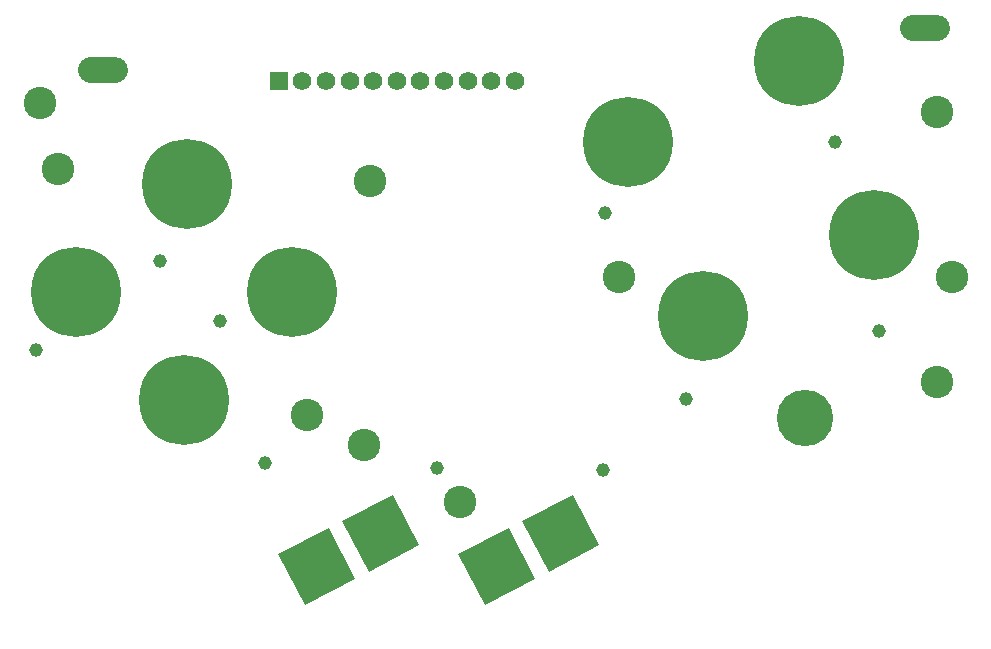
<source format=gts>
G75*
%MOIN*%
%OFA0B0*%
%FSLAX25Y25*%
%IPPOS*%
%LPD*%
%AMOC8*
5,1,8,0,0,1.08239X$1,22.5*
%
%ADD10C,0.18800*%
%ADD11C,0.10800*%
%ADD12R,0.06200X0.06200*%
%ADD13C,0.06200*%
%ADD14C,0.30000*%
%ADD15R,0.19000X0.19000*%
%ADD16C,0.08600*%
%ADD17C,0.04562*%
D10*
X0269824Y0068942D03*
D11*
X0313824Y0080942D03*
X0318824Y0115942D03*
X0313824Y0170942D03*
X0207824Y0115942D03*
X0124824Y0147942D03*
X0020824Y0151942D03*
X0014824Y0173942D03*
X0103824Y0069942D03*
X0122824Y0059942D03*
X0154824Y0040942D03*
D12*
X0094454Y0181379D03*
D13*
X0102328Y0181379D03*
X0110202Y0181379D03*
X0118076Y0181379D03*
X0125950Y0181379D03*
X0133824Y0181379D03*
X0141698Y0181379D03*
X0149572Y0181379D03*
X0157446Y0181379D03*
X0165320Y0181379D03*
X0173194Y0181379D03*
D14*
X0211009Y0160840D03*
X0268009Y0187840D03*
X0292824Y0129942D03*
X0235824Y0102942D03*
X0098824Y0110942D03*
X0063824Y0146942D03*
X0026824Y0110942D03*
X0062824Y0074942D03*
D15*
G36*
X0141281Y0026444D02*
X0124429Y0017670D01*
X0115655Y0034522D01*
X0132507Y0043296D01*
X0141281Y0026444D01*
G37*
G36*
X0179992Y0015362D02*
X0163140Y0006588D01*
X0154366Y0023440D01*
X0171218Y0032214D01*
X0179992Y0015362D01*
G37*
G36*
X0201281Y0026444D02*
X0184429Y0017670D01*
X0175655Y0034522D01*
X0192507Y0043296D01*
X0201281Y0026444D01*
G37*
G36*
X0119992Y0015362D02*
X0103140Y0006588D01*
X0094366Y0023440D01*
X0111218Y0032214D01*
X0119992Y0015362D01*
G37*
D16*
X0039724Y0184942D02*
X0031924Y0184942D01*
X0305924Y0198942D02*
X0313724Y0198942D01*
D17*
X0089824Y0053942D03*
X0147343Y0052171D03*
X0202580Y0051580D03*
X0230139Y0075202D03*
X0294509Y0097879D03*
X0203135Y0137249D03*
X0279820Y0160871D03*
X0075020Y0101344D03*
X0055020Y0121344D03*
X0013446Y0091501D03*
M02*

</source>
